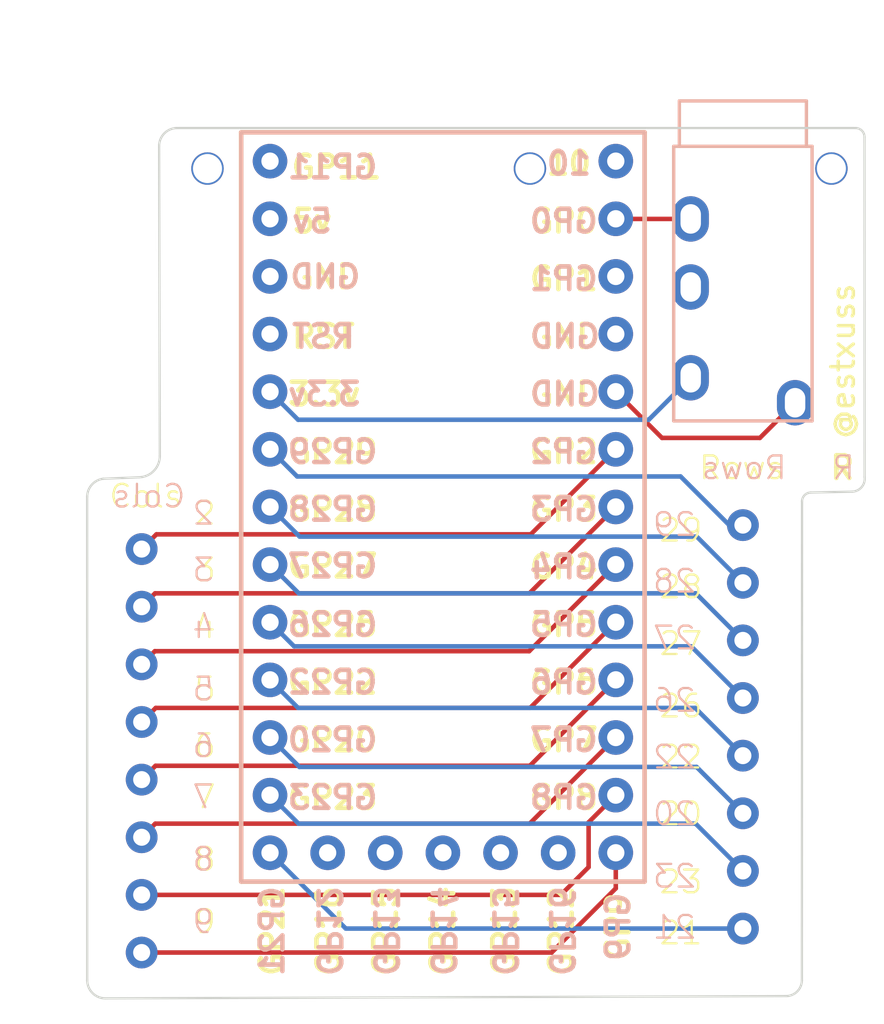
<source format=kicad_pcb>
(kicad_pcb (version 20240108) (generator "pcbnew") (generator_version "8.0")
  (layers (0 "F.Cu" signal) (31 "B.Cu" signal) (34 "B.Paste" user) (35 "F.Paste" user) (36 "B.SilkS" user "B.Silkscreen") (37 "F.SilkS" user "F.Silkscreen") (38 "B.Mask" user) (39 "F.Mask" user) (44 "Edge.Cuts" user))
  (net 0 "")
  (net 14 "RGND")
  (net 15 "RVCC")
  (net 16 "RRow8")
  (net 17 "RRow5")
  (net 18 "RCol7")
  (net 19 "RCol6")
  (net 20 "RRow2")
  (net 21 "RData")
  (net 22 "RCol1")
  (net 23 "RRow1")
  (net 24 "RCol3")
  (net 25 "RRow4")
  (net 26 "RRow6")
  (net 27 "RCol2")
  (net 28 "RCol5")
  (net 29 "RCol4")
  (net 30 "RRow7")
  (net 31 "RRow3")
  (net 32 "RCol8")
  (footprint "#footprint:M1.4_tapping_Hole_rev2" (layer "F.Cu") (at 146.916042 21.90625 -90)
    (property "Reference" "" (hide yes))
    (property "Value" "" (hide yes))
    (pad "" thru_hole circle (at -0.12042 10.248675 270) (size 1.43 1.43) (drill 1.28) (layers "*.Cu" "*.Mask"))
  )
  (footprint "#footprint:M1.4_tapping_Hole_rev2" (layer "F.Cu") (at 150.879867 21.78583 -90)
    (property "Reference" "" (hide yes))
    (property "Value" "" (hide yes))
    (pad "" thru_hole circle (at 0 0 270) (size 1.43 1.43) (drill 1.28) (layers "*.Cu" "*.Mask"))
  )
  (footprint "#footprint:M1.4_tapping_Hole_rev2" (layer "F.Cu") (at 164.167367 21.78583 -90)
    (property "Reference" "" (hide yes))
    (property "Value" "" (hide yes))
    (pad "" thru_hole circle (at 0 0 270) (size 1.43 1.43) (drill 1.28) (layers "*.Cu" "*.Mask"))
  )
  (footprint "#footprint:PinHeader_1x08_P2.54mm_Vertical_rev2" (layer "B.Cu") (at 133.766042 38.55625 180)
    (property "Reference" "J1")
    (property "Value" "Conn_01x08_Pin")
    (pad "1" thru_hole circle (at 0 0 180) (size 1.4 1.4) (drill 0.75) (layers "*.Cu" "*.Mask") (net 22 "RCol1"))
    (pad "2" thru_hole circle (at 0 -2.54 180) (size 1.4 1.4) (drill 0.75) (layers "*.Cu" "*.Mask") (net 27 "RCol2"))
    (pad "3" thru_hole circle (at 0 -5.08 180) (size 1.4 1.4) (drill 0.75) (layers "*.Cu" "*.Mask") (net 24 "RCol3"))
    (pad "4" thru_hole circle (at 0 -7.62 180) (size 1.4 1.4) (drill 0.75) (layers "*.Cu" "*.Mask") (net 29 "RCol4"))
    (pad "5" thru_hole circle (at 0 -10.16 180) (size 1.4 1.4) (drill 0.75) (layers "*.Cu" "*.Mask") (net 28 "RCol5"))
    (pad "6" thru_hole circle (at 0 -12.7 180) (size 1.4 1.4) (drill 0.75) (layers "*.Cu" "*.Mask") (net 19 "RCol6"))
    (pad "7" thru_hole circle (at 0 -15.24 180) (size 1.4 1.4) (drill 0.75) (layers "*.Cu" "*.Mask") (net 18 "RCol7"))
    (pad "8" thru_hole circle (at 0 -17.78 180) (size 1.4 1.4) (drill 0.75) (layers "*.Cu" "*.Mask") (net 32 "RCol8"))
  )
  (footprint "ScottoKeebs_Components:TRRS_PJ-320A" (layer "B.Cu") (at 160.266042 20.80625 180)
    (property "Reference" "U2" (hide yes))
    (property "Value" "TRRS")
    (fp_line (start 3.05 -12.1) (end 3.05 0) (stroke (width 0.15)) (layer "B.SilkS"))
    (fp_line (start 2.8 2) (end 2.8 0) (stroke (width 0.15)) (layer "B.SilkS"))
    (fp_line (start -2.8 2) (end 2.8 2) (stroke (width 0.15)) (layer "B.SilkS"))
    (fp_line (start -2.8 2) (end -2.8 0) (stroke (width 0.15)) (layer "B.SilkS"))
    (fp_line (start -3.05 0) (end 3.05 0) (stroke (width 0.15)) (layer "B.SilkS"))
    (fp_line (start -3.05 -12.1) (end 3.05 -12.1) (stroke (width 0.15)) (layer "B.SilkS"))
    (fp_line (start -3.05 -12.1) (end -3.05 0) (stroke (width 0.15)) (layer "B.SilkS"))
    (pad "" np_thru_hole circle (at 0 -8.6 180) (size 0.8 0.8) (drill 0.8) (layers "*.Cu" "*.Mask"))
    (pad "" np_thru_hole circle (at 0 -1.6 180) (size 0.8 0.8) (drill 0.8) (layers "*.Cu" "*.Mask"))
    (pad "1" thru_hole oval (at -2.3 -11.3 180) (size 1.6 2) (drill oval 0.9 1.3) (layers "*.Cu" "*.Mask") (net 14 "RGND"))
    (pad "2" thru_hole oval (at 2.3 -10.2 180) (size 1.6 2) (drill oval 0.9 1.3) (layers "*.Cu" "*.Mask") (net 15 "RVCC"))
    (pad "3" thru_hole oval (at 2.3 -6.2 180) (size 1.6 2) (drill oval 0.9 1.3) (layers "*.Cu" "*.Mask"))
    (pad "4" thru_hole oval (at 2.3 -3.2 180) (size 1.6 2) (drill oval 0.9 1.3) (layers "*.Cu" "*.Mask") (net 21 "RData"))
  )
  (footprint "ScottoKeebs_MCU:RP2040_Pro_Micro" (layer "B.Cu") (at 147.043541 37.97 180)
    (property "Reference" "U1" (hide yes))
    (property "Value" "RP2040_Pro_Micro" (hide yes))
    (fp_line (start 8.89 17.78) (end 8.89 -15.24) (stroke (width 0.2)) (layer "B.SilkS"))
    (fp_line (start 8.89 -15.24) (end -8.89 -15.24) (stroke (width 0.2)) (layer "B.SilkS"))
    (fp_line (start -8.89 17.78) (end 8.89 17.78) (stroke (width 0.2)) (layer "B.SilkS"))
    (fp_line (start -8.89 -15.24) (end -8.89 17.78) (stroke (width 0.2)) (layer "B.SilkS"))
    (fp_line (start 8.89 17.78) (end 8.89 -15.24) (stroke (width 0.2)) (layer "F.SilkS"))
    (fp_line (start 8.89 -15.24) (end -8.89 -15.24) (stroke (width 0.2)) (layer "F.SilkS"))
    (fp_line (start -8.89 17.78) (end 8.89 17.78) (stroke (width 0.2)) (layer "F.SilkS"))
    (fp_line (start -8.89 -15.24) (end -8.89 17.78) (stroke (width 0.2)) (layer "F.SilkS"))
    (fp_text user "5v" (at 4.777499 13.86375 0) (layer "B.SilkS") (effects (font (thickness 0.2) (bold yes)) (justify left mirror)))
    (fp_text user "GND" (at -3.722501 8.78375 0) (layer "B.SilkS") (effects (font (thickness 0.2) (bold yes)) (justify right mirror)))
    (fp_text user "GP5" (at -3.722501 -3.91625 0) (layer "B.SilkS") (effects (font (thickness 0.2) (bold yes)) (justify right mirror)))
    (fp_text user "GP15" (at -2.722501 -15.33625 -90) (layer "B.SilkS") (effects (font (thickness 0.2) (bold yes)) (justify right mirror)))
    (fp_text user "GP4" (at -3.722501 -1.37625 0) (layer "B.SilkS") (effects (font (thickness 0.2) (bold yes)) (justify right mirror)))
    (fp_text user "GP2" (at -3.722501 3.70375 0) (layer "B.SilkS") (effects (font (thickness 0.2) (bold yes)) (justify right mirror)))
    (fp_text user "GND" (at -3.722501 6.24375 0) (layer "B.SilkS") (effects (font (thickness 0.2) (bold yes)) (justify right mirror)))
    (fp_text user "GP7" (at -3.722501 -8.99625 0) (layer "B.SilkS") (effects (font (thickness 0.2) (bold yes)) (justify right mirror)))
    (fp_text user "GP13" (at 2.527499 -15.33625 -90) (layer "B.SilkS") (effects (font (thickness 0.2) (bold yes)) (justify right mirror)))
    (fp_text user "RST" (at 3.777499 8.78375 0) (layer "B.SilkS") (effects (font (thickness 0.2) (bold yes)) (justify left mirror)))
    (fp_text user "GP23" (at 2.777499 -11.53625 0) (layer "B.SilkS") (effects (font (thickness 0.2) (bold yes)) (justify left mirror)))
    (fp_text user "GP26" (at 2.777499 -3.91625 0) (layer "B.SilkS") (effects (font (thickness 0.2) (bold yes)) (justify left mirror)))
    (fp_text user "3.3v" (at 3.527499 6.24375 0) (layer "B.SilkS") (effects (font (thickness 0.2) (bold yes)) (justify left mirror)))
    (fp_text user "GP0" (at -3.722501 13.86375 0) (layer "B.SilkS") (effects (font (thickness 0.2) (bold yes)) (justify right mirror)))
    (fp_text user "GND" (at 3.527499 11.41375 0) (layer "B.SilkS") (effects (font (thickness 0.2) (bold yes)) (justify left mirror)))
    (fp_text user "GP6" (at -3.722501 -6.45625 0) (layer "B.SilkS") (effects (font (thickness 0.2) (bold yes)) (justify right mirror)))
    (fp_text user "GP22" (at 2.777499 -6.45625 0) (layer "B.SilkS") (effects (font (thickness 0.2) (bold yes)) (justify left mirror)))
    (fp_text user "10" (at -4.472501 16.41375 0) (layer "B.SilkS") (effects (font (thickness 0.2) (bold yes)) (justify right mirror)))
    (fp_text user "GP14" (at 0 -15.33625 -90) (layer "B.SilkS") (effects (font (thickness 0.2) (bold yes)) (justify right mirror)))
    (fp_text user "GP21" (at 7.527499 -15.33625 90) (layer "B.SilkS") (effects (font (thickness 0.2) (bold yes)) (justify left mirror)))
    (fp_text user "GP1" (at -3.722501 11.32375 0) (layer "B.SilkS") (effects (font (thickness 0.2) (bold yes)) (justify right mirror)))
    (fp_text user "GP27" (at 2.777499 -1.33625 0) (layer "B.SilkS") (effects (font (thickness 0.2) (bold yes)) (justify left mirror)))
    (fp_text user "GP9" (at -7.722501 -18.83625 90) (layer "B.SilkS") (effects (font (thickness 0.2) (bold yes)) (justify right mirror)))
    (fp_text user "GP29" (at 2.777499 3.70375 0) (layer "B.SilkS") (effects (font (thickness 0.2) (bold yes)) (justify left mirror)))
    (fp_text user "GP3" (at -3.722501 1.16375 0) (layer "B.SilkS") (effects (font (thickness 0.2) (bold yes)) (justify right mirror)))
    (fp_text user "GP28" (at 2.777499 1.16375 0) (layer "B.SilkS") (effects (font (thickness 0.2) (bold yes)) (justify left mirror)))
    (fp_text user "GP8" (at -3.722501 -11.53625 0) (layer "B.SilkS") (effects (font (thickness 0.2) (bold yes)) (justify right mirror)))
    (fp_text user "GP20" (at 2.777499 -8.99625 0) (layer "B.SilkS") (effects (font (thickness 0.2) (bold yes)) (justify left mirror)))
    (fp_text user "GP12" (at 5.027499 -15.33625 -90) (layer "B.SilkS") (effects (font (thickness 0.2) (bold yes)) (justify right mirror)))
    (fp_text user "GP16" (at -5.222501 -15.33625 -90) (layer "B.SilkS") (effects (font (thickness 0.2) (bold yes)) (justify right mirror)))
    (fp_text user "RST" (at 3.777499 8.78375 0) (layer "F.SilkS") (effects (font (thickness 0.2) (bold yes)) (justify right)))
    (fp_text user "GP5" (at -3.722501 -3.91625 0) (layer "F.SilkS") (effects (font (thickness 0.2) (bold yes)) (justify left)))
    (fp_text user "GP3" (at -3.722501 1.16375 0) (layer "F.SilkS") (effects (font (thickness 0.2) (bold yes)) (justify left)))
    (fp_text user "GP22" (at 2.777499 -6.45625 0) (layer "F.SilkS") (effects (font (thickness 0.2) (bold yes)) (justify right)))
    (fp_text user "5v" (at 4.777499 13.86375 0) (layer "F.SilkS") (effects (font (thickness 0.2) (bold yes)) (justify right)))
    (fp_text user "3.3v" (at 3.527499 6.24375 0) (layer "F.SilkS") (effects (font (thickness 0.2) (bold yes)) (justify right)))
    (fp_text user "GP27" (at 2.777499 -1.33625 0) (layer "F.SilkS") (effects (font (thickness 0.2) (bold yes)) (justify right)))
    (fp_text user "GP28" (at 2.777499 1.16375 0) (layer "F.SilkS") (effects (font (thickness 0.2) (bold yes)) (justify right)))
    (fp_text user "GP4" (at -3.722501 -1.37625 0) (layer "F.SilkS") (effects (font (thickness 0.2) (bold yes)) (justify left)))
    (fp_text user "GP26" (at 2.777499 -3.91625 0) (layer "F.SilkS") (effects (font (thickness 0.2) (bold yes)) (justify right)))
    (fp_text user "GP8" (at -3.722501 -11.53625 0) (layer "F.SilkS") (effects (font (thickness 0.2) (bold yes)) (justify left)))
    (fp_text user "GP21" (at 7.527499 -15.33625 90) (layer "F.SilkS") (effects (font (thickness 0.2) (bold yes)) (justify right)))
    (fp_text user "GP12" (at -5.222501 -15.33625 90) (layer "F.SilkS") (effects (font (thickness 0.2) (bold yes)) (justify right)))
    (fp_text user "GP15" (at 2.527499 -15.33625 90) (layer "F.SilkS") (effects (font (thickness 0.2) (bold yes)) (justify right)))
    (fp_text user "GP16" (at 5.027499 -15.33625 90) (layer "F.SilkS") (effects (font (thickness 0.2) (bold yes)) (justify right)))
    (fp_text user "GP23" (at 2.777499 -11.53625 0) (layer "F.SilkS") (effects (font (thickness 0.2) (bold yes)) (justify right)))
    (fp_text user "GND" (at -3.722501 6.24375 0) (layer "F.SilkS") (effects (font (thickness 0.2) (bold yes)) (justify left)))
    (fp_text user "GND" (at 3.527499 11.41375 0) (layer "F.SilkS") (effects (font (thickness 0.2) (bold yes)) (justify right)))
    (fp_text user "GP29" (at 2.777499 3.70375 0) (layer "F.SilkS") (effects (font (thickness 0.2) (bold yes)) (justify right)))
    (fp_text user "10" (at -4.472501 16.41375 0) (layer "F.SilkS") (effects (font (thickness 0.2) (bold yes)) (justify left)))
    (fp_text user "GP1" (at -3.722501 11.32375 0) (layer "F.SilkS") (effects (font (thickness 0.2) (bold yes)) (justify left)))
    (fp_text user "GP9" (at -7.722501 -18.83625 90) (layer "F.SilkS") (effects (font (thickness 0.2) (bold yes)) (justify left)))
    (fp_text user "GP13" (at -2.722501 -15.33625 90) (layer "F.SilkS") (effects (font (thickness 0.2) (bold yes)) (justify right)))
    (fp_text user "GND" (at -3.722501 8.78375 0) (layer "F.SilkS") (effects (font (thickness 0.2) (bold yes)) (justify left)))
    (fp_text user "GP0" (at -3.722501 13.86375 0) (layer "F.SilkS") (effects (font (thickness 0.2) (bold yes)) (justify left)))
    (fp_text user "GP14" (at 0 -15.33625 90) (layer "F.SilkS") (effects (font (thickness 0.2) (bold yes)) (justify right)))
    (fp_text user "GP2" (at -3.722501 3.70375 0) (layer "F.SilkS") (effects (font (thickness 0.2) (bold yes)) (justify left)))
    (fp_text user "GP20" (at 2.777499 -8.99625 0) (layer "F.SilkS") (effects (font (thickness 0.2) (bold yes)) (justify right)))
    (fp_text user "GP7" (at -3.722501 -8.99625 0) (layer "F.SilkS") (effects (font (thickness 0.2) (bold yes)) (justify left)))
    (fp_text user "GP6" (at -3.722501 -6.45625 0) (layer "F.SilkS") (effects (font (thickness 0.2) (bold yes)) (justify left)))
    (pad "1" thru_hole circle (at -7.62 16.51 180) (size 1.524 1.524) (drill 0.762) (layers "*.Cu" "*.Mask"))
    (pad "2" thru_hole circle (at -7.62 13.97 180) (size 1.524 1.524) (drill 0.762) (layers "*.Cu" "*.Mask") (net 21 "RData"))
    (pad "3" thru_hole circle (at -7.62 11.43 180) (size 1.524 1.524) (drill 0.762) (layers "*.Cu" "*.Mask"))
    (pad "4" thru_hole circle (at -7.62 8.89 180) (size 1.524 1.524) (drill 0.762) (layers "*.Cu" "*.Mask"))
    (pad "5" thru_hole circle (at -7.62 6.35 180) (size 1.524 1.524) (drill 0.762) (layers "*.Cu" "*.Mask") (net 14 "RGND"))
    (pad "6" thru_hole circle (at -7.62 3.81 180) (size 1.524 1.524) (drill 0.762) (layers "*.Cu" "*.Mask") (net 22 "RCol1"))
    (pad "7" thru_hole circle (at -7.62 1.27 180) (size 1.524 1.524) (drill 0.762) (layers "*.Cu" "*.Mask") (net 27 "RCol2"))
    (pad "8" thru_hole circle (at -7.62 -1.27 180) (size 1.524 1.524) (drill 0.762) (layers "*.Cu" "*.Mask") (net 24 "RCol3"))
    (pad "9" thru_hole circle (at -7.62 -3.81 180) (size 1.524 1.524) (drill 0.762) (layers "*.Cu" "*.Mask") (net 29 "RCol4"))
    (pad "10" thru_hole circle (at -7.62 -6.35 180) (size 1.524 1.524) (drill 0.762) (layers "*.Cu" "*.Mask") (net 28 "RCol5"))
    (pad "11" thru_hole circle (at -7.62 -8.89 180) (size 1.524 1.524) (drill 0.762) (layers "*.Cu" "*.Mask") (net 19 "RCol6"))
    (pad "12" thru_hole circle (at -7.62 -11.43 180) (size 1.524 1.524) (drill 0.762) (layers "*.Cu" "*.Mask") (net 18 "RCol7"))
    (pad "13" thru_hole circle (at -7.62 -13.97 180) (size 1.524 1.524) (drill 0.762) (layers "*.Cu" "*.Mask") (net 32 "RCol8"))
    (pad "14" thru_hole circle (at -5.08 -13.97 180) (size 1.524 1.524) (drill 0.762) (layers "*.Cu" "*.Mask"))
    (pad "15" thru_hole circle (at -2.54 -13.97 180) (size 1.524 1.524) (drill 0.762) (layers "*.Cu" "*.Mask"))
    (pad "16" thru_hole circle (at 0 -13.97 180) (size 1.524 1.524) (drill 0.762) (layers "*.Cu" "*.Mask"))
    (pad "17" thru_hole circle (at 2.54 -13.97 180) (size 1.524 1.524) (drill 0.762) (layers "*.Cu" "*.Mask"))
    (pad "18" thru_hole circle (at 5.08 -13.97 180) (size 1.524 1.524) (drill 0.762) (layers "*.Cu" "*.Mask"))
    (pad "19" thru_hole circle (at 7.62 -13.97 180) (size 1.524 1.524) (drill 0.762) (layers "*.Cu" "*.Mask") (net 16 "RRow8"))
    (pad "20" thru_hole circle (at 7.62 -11.43 180) (size 1.524 1.524) (drill 0.762) (layers "*.Cu" "*.Mask") (net 30 "RRow7"))
    (pad "21" thru_hole circle (at 7.62 -8.89 180) (size 1.524 1.524) (drill 0.762) (layers "*.Cu" "*.Mask") (net 26 "RRow6"))
    (pad "22" thru_hole circle (at 7.62 -6.35 180) (size 1.524 1.524) (drill 0.762) (layers "*.Cu" "*.Mask") (net 17 "RRow5"))
    (pad "23" thru_hole circle (at 7.62 -3.81 180) (size 1.524 1.524) (drill 0.762) (layers "*.Cu" "*.Mask") (net 25 "RRow4"))
    (pad "24" thru_hole circle (at 7.62 -1.27 180) (size 1.524 1.524) (drill 0.762) (layers "*.Cu" "*.Mask") (net 31 "RRow3"))
    (pad "25" thru_hole circle (at 7.62 1.27 180) (size 1.524 1.524) (drill 0.762) (layers "*.Cu" "*.Mask") (net 20 "RRow2"))
    (pad "26" thru_hole circle (at 7.62 3.81 180) (size 1.524 1.524) (drill 0.762) (layers "*.Cu" "*.Mask") (net 23 "RRow1"))
    (pad "27" thru_hole circle (at 7.62 6.35 180) (size 1.524 1.524) (drill 0.762) (layers "*.Cu" "*.Mask") (net 15 "RVCC"))
    (pad "28" thru_hole circle (at 7.62 8.89 180) (size 1.524 1.524) (drill 0.762) (layers "*.Cu" "*.Mask"))
    (pad "29" thru_hole circle (at 7.62 11.43 180) (size 1.524 1.524) (drill 0.762) (layers "*.Cu" "*.Mask"))
    (pad "30" thru_hole circle (at 7.62 13.97 180) (size 1.524 1.524) (drill 0.762) (layers "*.Cu" "*.Mask"))
    (pad "31" thru_hole circle (at 7.62 16.51 180) (size 1.524 1.524) (drill 0.762) (layers "*.Cu" "*.Mask"))
  )
  (footprint "#footprint:PinHeader_1x08_P2.54mm_Vertical_rev2" (layer "B.Cu") (at 160.266042 37.5 180)
    (property "Reference" "J2")
    (property "Value" "Conn_01x08_Pin")
    (pad "1" thru_hole circle (at 0 0 180) (size 1.4 1.4) (drill 0.75) (layers "*.Cu" "*.Mask") (net 23 "RRow1"))
    (pad "2" thru_hole circle (at 0 -2.54 180) (size 1.4 1.4) (drill 0.75) (layers "*.Cu" "*.Mask") (net 20 "RRow2"))
    (pad "3" thru_hole circle (at 0 -5.08 180) (size 1.4 1.4) (drill 0.75) (layers "*.Cu" "*.Mask") (net 31 "RRow3"))
    (pad "4" thru_hole circle (at 0 -7.62 180) (size 1.4 1.4) (drill 0.75) (layers "*.Cu" "*.Mask") (net 25 "RRow4"))
    (pad "5" thru_hole circle (at 0 -10.16 180) (size 1.4 1.4) (drill 0.75) (layers "*.Cu" "*.Mask") (net 17 "RRow5"))
    (pad "6" thru_hole circle (at 0 -12.7 180) (size 1.4 1.4) (drill 0.75) (layers "*.Cu" "*.Mask") (net 26 "RRow6"))
    (pad "7" thru_hole circle (at 0 -15.24 180) (size 1.4 1.4) (drill 0.75) (layers "*.Cu" "*.Mask") (net 30 "RRow7"))
    (pad "8" thru_hole circle (at 0 -17.78 180) (size 1.4 1.4) (drill 0.75) (layers "*.Cu" "*.Mask") (net 16 "RRow8"))
  )
  (gr_line (start 165.095437 36.025321) (end 163.250447 36.063969) (stroke (width 0.1)) (layer "Edge.Cuts"))
  (gr_arc (start 162.866041 57.55625) (mid 162.661034 58.051257) (end 162.166042 58.2563) (stroke (width 0.1)) (layer "Edge.Cuts"))
  (gr_line (start 165.626743 20.396876) (end 165.630951 35.381106) (stroke (width 0.1)) (layer "Edge.Cuts"))
  (gr_arc (start 165.630951 35.381106) (mid 165.50428 35.820493) (end 165.095437 36.025321) (stroke (width 0.1)) (layer "Edge.Cuts"))
  (gr_arc (start 134.536117 20.79375) (mid 134.762974 20.238187) (end 135.313835 20.000139) (stroke (width 0.1)) (layer "Edge.Cuts"))
  (gr_line (start 132.070451 35.456251) (end 133.667481 35.391836) (stroke (width 0.1)) (layer "Edge.Cuts"))
  (gr_arc (start 134.566042 34.45625) (mid 134.305008 35.104851) (end 133.667481 35.391836) (stroke (width 0.1)) (layer "Edge.Cuts"))
  (gr_line (start 162.166042 58.2563) (end 132.166042 58.356249) (stroke (width 0.1)) (layer "Edge.Cuts"))
  (gr_line (start 135.313835 20.000139) (end 165.229867 20) (stroke (width 0.1)) (layer "Edge.Cuts"))
  (gr_arc (start 131.364226 36.25625) (mid 131.566051 35.722696) (end 132.070451 35.456251) (stroke (width 0.1)) (layer "Edge.Cuts"))
  (gr_arc (start 165.229867 20) (mid 165.510522 20.11622) (end 165.626743 20.396876) (stroke (width 0.1)) (layer "Edge.Cuts"))
  (gr_arc (start 162.873401 36.45625) (mid 162.982963 36.184226) (end 163.250447 36.063969) (stroke (width 0.1)) (layer "Edge.Cuts"))
  (gr_line (start 134.566042 34.45625) (end 134.536117 20.79375) (stroke (width 0.1)) (layer "Edge.Cuts"))
  (gr_arc (start 132.166042 58.356249) (mid 131.600338 58.121938) (end 131.365991 57.55625) (stroke (width 0.1)) (layer "Edge.Cuts"))
  (gr_line (start 131.365991 57.55625) (end 131.364226 36.25625) (stroke (width 0.1)) (layer "Edge.Cuts"))
  (gr_line (start 162.873401 36.45625) (end 162.866041 57.55625) (stroke (width 0.1)) (layer "Edge.Cuts"))
  (gr_text "Cols" (at 135.766042 36.80625 0) (layer "B.SilkS") (effects (font (size 1 1) (thickness 0.1)) (justify left bottom mirror)))
  (gr_text "27" (at 158.266042 43.05625 0) (layer "B.SilkS") (effects (font (size 1 1) (thickness 0.1)) (justify left bottom mirror)))
  (gr_text "2" (at 137.016042 37.55625 0) (layer "B.SilkS") (effects (font (size 1 1) (thickness 0.1)) (justify left bottom mirror)))
  (gr_text "R" (at 165.266042 35.55625 0) (layer "B.SilkS") (effects (font (size 1 1) (thickness 0.1)) (justify left bottom mirror)))
  (gr_text "6" (at 137.016042 47.80625 0) (layer "B.SilkS") (effects (font (size 1 1) (thickness 0.1)) (justify left bottom mirror)))
  (gr_text "22" (at 158.266042 48.30625 0) (layer "B.SilkS") (effects (font (size 1 1) (thickness 0.1)) (justify left bottom mirror)))
  (gr_text "7" (at 137.016042 50.05625 0) (layer "B.SilkS") (effects (font (size 1 1) (thickness 0.1)) (justify left bottom mirror)))
  (gr_text "5" (at 137.016042 45.30625 0) (layer "B.SilkS") (effects (font (size 1 1) (thickness 0.1)) (justify left bottom mirror)))
  (gr_text "29" (at 158.266042 38.05625 0) (layer "B.SilkS") (effects (font (size 1 1) (thickness 0.1)) (justify left bottom mirror)))
  (gr_text "4" (at 137.016042 42.55625 0) (layer "B.SilkS") (effects (font (size 1 1) (thickness 0.1)) (justify left bottom mirror)))
  (gr_text "9" (at 137.016042 55.55625 0) (layer "B.SilkS") (effects (font (size 1 1) (thickness 0.1)) (justify left bottom mirror)))
  (gr_text "21" (at 158.266042 55.80625 0) (layer "B.SilkS") (effects (font (size 1 1) (thickness 0.1)) (justify left bottom mirror)))
  (gr_text "20" (at 158.266042 50.80625 0) (layer "B.SilkS") (effects (font (size 1 1) (thickness 0.1)) (justify left bottom mirror)))
  (gr_text "8" (at 137.016042 52.80625 0) (layer "B.SilkS") (effects (font (size 1 1) (thickness 0.1)) (justify left bottom mirror)))
  (gr_text "26" (at 158.266042 45.80625 0) (layer "B.SilkS") (effects (font (size 1 1) (thickness 0.1)) (justify left bottom mirror)))
  (gr_text "3" (at 137.016042 40.05625 0) (layer "B.SilkS") (effects (font (size 1 1) (thickness 0.1)) (justify left bottom mirror)))
  (gr_text "28" (at 158.266042 40.55625 0) (layer "B.SilkS") (effects (font (size 1 1) (thickness 0.1)) (justify left bottom mirror)))
  (gr_text "Rows" (at 162.266042 35.55625 0) (layer "B.SilkS") (effects (font (size 1 1) (thickness 0.1)) (justify left bottom mirror)))
  (gr_text "GP11" (at 144.266042 22.30625 0) (layer "B.SilkS") (effects (font (size 1 1) (thickness 0.2) (bold yes)) (justify left bottom mirror)))
  (gr_text "23" (at 158.266042 53.55625 0) (layer "B.SilkS") (effects (font (size 1 1) (thickness 0.1)) (justify left bottom mirror)))
  (gr_text "27" (at 156.516042 43.30625 0) (layer "F.SilkS") (effects (font (size 1 1) (thickness 0.1)) (justify left bottom)))
  (gr_text "GP11" (at 140.266042 22.30625 0) (layer "F.SilkS") (effects (font (size 1 1) (thickness 0.2) (bold yes)) (justify left bottom)))
  (gr_text "R" (at 164.016042 35.55625 0) (layer "F.SilkS") (effects (font (size 1 1) (thickness 0.2) (bold yes)) (justify left bottom)))
  (gr_text "Rows" (at 158.266042 35.55625 0) (layer "F.SilkS") (effects (font (size 1 1) (thickness 0.1)) (justify left bottom)))
  (gr_text "9" (at 136.016042 55.55625 0) (layer "F.SilkS") (effects (font (size 1 1) (thickness 0.1)) (justify left bottom)))
  (gr_text "28" (at 156.516042 40.80625 0) (layer "F.SilkS") (effects (font (size 1 1) (thickness 0.1)) (justify left bottom)))
  (gr_text "22" (at 156.516042 48.30625 0) (layer "F.SilkS") (effects (font (size 1 1) (thickness 0.1)) (justify left bottom)))
  (gr_text "2" (at 136.016042 37.55625 0) (layer "F.SilkS") (effects (font (size 1 1) (thickness 0.1)) (justify left bottom)))
  (gr_text "@estxuss" (at 165.266042 33.80625 90) (layer "F.SilkS") (effects (font (size 1 1)) (justify left bottom)))
  (gr_text "7" (at 136.016042 50.05625 0) (layer "F.SilkS") (effects (font (size 1 1) (thickness 0.1)) (justify left bottom)))
  (gr_text "Cols" (at 132.266042 36.80625 0) (layer "F.SilkS") (effects (font (size 1 1) (thickness 0.1)) (justify left bottom)))
  (gr_text "26" (at 156.516042 46.05625 0) (layer "F.SilkS") (effects (font (size 1 1) (thickness 0.1)) (justify left bottom)))
  (gr_text "6" (at 136.016042 47.80625 0) (layer "F.SilkS") (effects (font (size 1 1) (thickness 0.1)) (justify left bottom)))
  (gr_text "3" (at 136.016042 40.05625 0) (layer "F.SilkS") (effects (font (size 1 1) (thickness 0.1)) (justify left bottom)))
  (gr_text "29" (at 156.516042 38.30625 0) (layer "F.SilkS") (effects (font (size 1 1) (thickness 0.1)) (justify left bottom)))
  (gr_text "21" (at 156.516042 56.05625 0) (layer "F.SilkS") (effects (font (size 1 1) (thickness 0.1)) (justify left bottom)))
  (gr_text "5" (at 136.016042 45.30625 0) (layer "F.SilkS") (effects (font (size 1 1) (thickness 0.1)) (justify left bottom)))
  (gr_text "20" (at 156.516042 50.80625 0) (layer "F.SilkS") (effects (font (size 1 1) (thickness 0.1)) (justify left bottom)))
  (gr_text "4" (at 136.016042 42.55625 0) (layer "F.SilkS") (effects (font (size 1 1) (thickness 0.1)) (justify left bottom)))
  (gr_text "8" (at 136.016042 52.80625 0) (layer "F.SilkS") (effects (font (size 1 1) (thickness 0.1)) (justify left bottom)))
  (gr_text "23" (at 156.516042 53.80625 0) (layer "F.SilkS") (effects (font (size 1 1) (thickness 0.1)) (justify left bottom)))
  (segment (start 162.566042 32.10625) (end 162.366042 32.10625) (width 0.2) (layer "F.Cu") (net 14))
  (segment (start 162.566042 32.10625) (end 161.016042 33.65625) (width 0.2) (layer "F.Cu") (net 14))
  (segment (start 156.699791 33.65625) (end 154.663541 31.62) (width 0.2) (layer "F.Cu") (net 14))
  (segment (start 161.016042 33.65625) (end 156.699791 33.65625) (width 0.2) (layer "F.Cu") (net 14))
  (segment (start 157.966042 31.00625) (end 156.116042 32.85625) (width 0.2) (layer "B.Cu") (net 15))
  (segment (start 140.659791 32.85625) (end 139.423541 31.62) (width 0.2) (layer "B.Cu") (net 15))
  (segment (start 156.116042 32.85625) (end 140.659791 32.85625) (width 0.2) (layer "B.Cu") (net 15))
  (segment (start 142.763541 55.28) (end 139.423541 51.94) (width 0.2) (layer "B.Cu") (net 16))
  (segment (start 160.266042 55.28) (end 142.763541 55.28) (width 0.2) (layer "B.Cu") (net 16))
  (segment (start 140.659791 45.55625) (end 139.423541 44.32) (width 0.2) (layer "B.Cu") (net 17))
  (segment (start 158.162292 45.55625) (end 140.659791 45.55625) (width 0.2) (layer "B.Cu") (net 17))
  (segment (start 160.266042 47.66) (end 158.162292 45.55625) (width 0.2) (layer "B.Cu") (net 17))
  (segment (start 153.466042 52.571813) (end 153.466042 50.597499) (width 0.2) (layer "F.Cu") (net 18))
  (segment (start 133.766042 53.79625) (end 152.241605 53.79625) (width 0.2) (layer "F.Cu") (net 18))
  (segment (start 152.241605 53.79625) (end 153.466042 52.571813) (width 0.2) (layer "F.Cu") (net 18))
  (segment (start 153.466042 50.597499) (end 154.663541 49.4) (width 0.2) (layer "F.Cu") (net 18))
  (segment (start 150.867291 50.65625) (end 154.663541 46.86) (width 0.2) (layer "F.Cu") (net 19))
  (segment (start 133.766042 51.25625) (end 134.366042 50.65625) (width 0.2) (layer "F.Cu") (net 19))
  (segment (start 134.366042 50.65625) (end 150.867291 50.65625) (width 0.2) (layer "F.Cu") (net 19))
  (segment (start 160.266042 40.04) (end 158.232292 38.00625) (width 0.2) (layer "B.Cu") (net 20))
  (segment (start 158.232292 38.00625) (end 140.729791 38.00625) (width 0.2) (layer "B.Cu") (net 20))
  (segment (start 140.729791 38.00625) (end 139.423541 36.7) (width 0.2) (layer "B.Cu") (net 20))
  (segment (start 154.669791 24.00625) (end 154.663541 24) (width 0.2) (layer "F.Cu") (net 21))
  (segment (start 157.966042 24.00625) (end 154.669791 24.00625) (width 0.2) (layer "F.Cu") (net 21))
  (segment (start 150.917291 37.90625) (end 154.663541 34.16) (width 0.2) (layer "F.Cu") (net 22))
  (segment (start 133.766042 38.55625) (end 134.416042 37.90625) (width 0.2) (layer "F.Cu") (net 22))
  (segment (start 134.416042 37.90625) (end 150.917291 37.90625) (width 0.2) (layer "F.Cu") (net 22))
  (segment (start 157.519791 35.35625) (end 140.619791 35.35625) (width 0.2) (layer "B.Cu") (net 23))
  (segment (start 140.619791 35.35625) (end 139.423541 34.16) (width 0.2) (layer "B.Cu") (net 23))
  (segment (start 159.663541 37.5) (end 157.519791 35.35625) (width 0.2) (layer "B.Cu") (net 23))
  (segment (start 160.266042 37.5) (end 159.663541 37.5) (width 0.2) (layer "B.Cu") (net 23))
  (segment (start 150.847291 43.05625) (end 154.663541 39.24) (width 0.2) (layer "F.Cu") (net 24))
  (segment (start 134.346042 43.05625) (end 150.847291 43.05625) (width 0.2) (layer "F.Cu") (net 24))
  (segment (start 133.766042 43.63625) (end 134.346042 43.05625) (width 0.2) (layer "F.Cu") (net 24))
  (segment (start 160.266042 45.12) (end 157.988042 42.842) (width 0.2) (layer "B.Cu") (net 25))
  (segment (start 157.988042 42.842) (end 140.485541 42.842) (width 0.2) (layer "B.Cu") (net 25))
  (segment (start 140.485541 42.842) (end 139.423541 41.78) (width 0.2) (layer "B.Cu") (net 25))
  (segment (start 140.719791 48.15625) (end 139.423541 46.86) (width 0.2) (layer "B.Cu") (net 26))
  (segment (start 158.222292 48.15625) (end 140.719791 48.15625) (width 0.2) (layer "B.Cu") (net 26))
  (segment (start 160.266042 50.2) (end 158.222292 48.15625) (width 0.2) (layer "B.Cu") (net 26))
  (segment (start 134.356042 40.50625) (end 150.857291 40.50625) (width 0.2) (layer "F.Cu") (net 27))
  (segment (start 150.857291 40.50625) (end 154.663541 36.7) (width 0.2) (layer "F.Cu") (net 27))
  (segment (start 133.766042 41.09625) (end 134.356042 40.50625) (width 0.2) (layer "F.Cu") (net 27))
  (segment (start 134.376042 48.10625) (end 150.877291 48.10625) (width 0.2) (layer "F.Cu") (net 28))
  (segment (start 133.766042 48.71625) (end 134.376042 48.10625) (width 0.2) (layer "F.Cu") (net 28))
  (segment (start 150.877291 48.10625) (end 154.663541 44.32) (width 0.2) (layer "F.Cu") (net 28))
  (segment (start 133.766042 46.17625) (end 134.386042 45.55625) (width 0.2) (layer "F.Cu") (net 29))
  (segment (start 134.386042 45.55625) (end 150.887291 45.55625) (width 0.2) (layer "F.Cu") (net 29))
  (segment (start 150.887291 45.55625) (end 154.663541 41.78) (width 0.2) (layer "F.Cu") (net 29))
  (segment (start 158.182292 50.65625) (end 140.679791 50.65625) (width 0.2) (layer "B.Cu") (net 30))
  (segment (start 140.679791 50.65625) (end 139.423541 49.4) (width 0.2) (layer "B.Cu") (net 30))
  (segment (start 160.266042 52.74) (end 158.182292 50.65625) (width 0.2) (layer "B.Cu") (net 30))
  (segment (start 158.192292 40.50625) (end 140.689791 40.50625) (width 0.2) (layer "B.Cu") (net 31))
  (segment (start 140.689791 40.50625) (end 139.423541 39.24) (width 0.2) (layer "B.Cu") (net 31))
  (segment (start 160.266042 42.58) (end 158.192292 40.50625) (width 0.2) (layer "B.Cu") (net 31))
  (segment (start 133.766042 56.33625) (end 151.836042 56.33625) (width 0.2) (layer "F.Cu") (net 32))
  (segment (start 151.836042 56.33625) (end 154.663541 53.508751) (width 0.2) (layer "F.Cu") (net 32))
  (segment (start 154.663541 53.508751) (end 154.663541 51.94) (width 0.2) (layer "F.Cu") (net 32))
)
</source>
